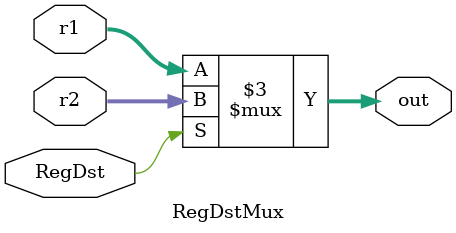
<source format=v>
`timescale 1ns / 1ps
module RegDstMux(
    input [4:0] r1,
    input [4:0] r2,
    input RegDst,
    output reg [4:0] out
);
always @(r1, r2, RegDst)begin
  if (RegDst)begin
    out <= r2;
  end
  else 
    out <= r1;
end

endmodule 
</source>
